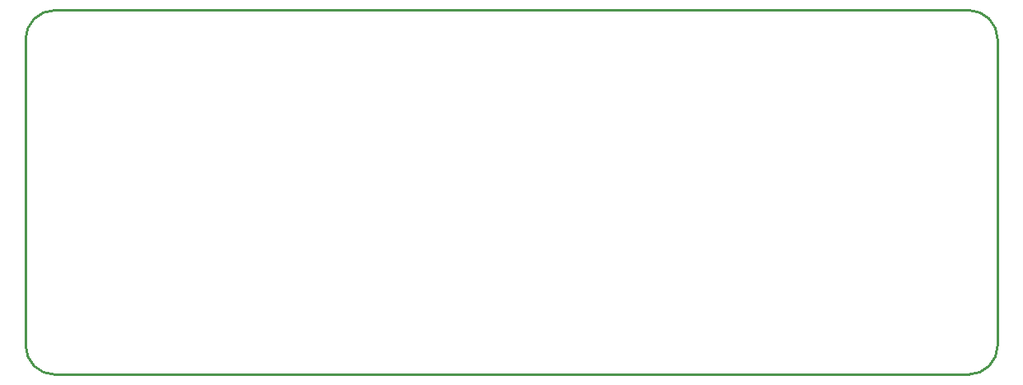
<source format=gko>
G04 Layer: BoardOutlineLayer*
G04 EasyEDA Pro v2.2.23.6, 2024-08-03 20:46:29*
G04 Gerber Generator version 0.3*
G04 Scale: 100 percent, Rotated: No, Reflected: No*
G04 Dimensions in millimeters*
G04 Leading zeros omitted, absolute positions, 3 integers and 5 decimals*
%FSLAX35Y35*%
%MOMM*%
%ADD10C,0.254*%
G75*


G04 Rect Start*
G54D10*
G01X0Y300000D02*
G01X0Y3450000D01*
G02X300000Y3750000I300000J0D01*
G01X9700000Y3750000D01*
G02X10000000Y3450000I0J-300000D01*
G01X10000000Y300000D01*
G02X9700000Y0I-300000J0D01*
G01X300000Y0D01*
G02X0Y300000I0J300000D01*
G04 Rect End*

M02*


</source>
